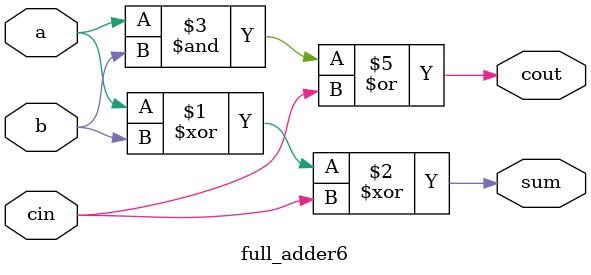
<source format=v>
module full_adder6(a,b,cin,sum,cout);
input a,b,cin;
output sum,cout;
assign sum = a^b^cin;
assign cout = a&b|cin&(1'b1); 
// initial begin
//     $display("The incorrect adder with or0 and and1 having out/1 and in1/1");
// end   
endmodule
</source>
